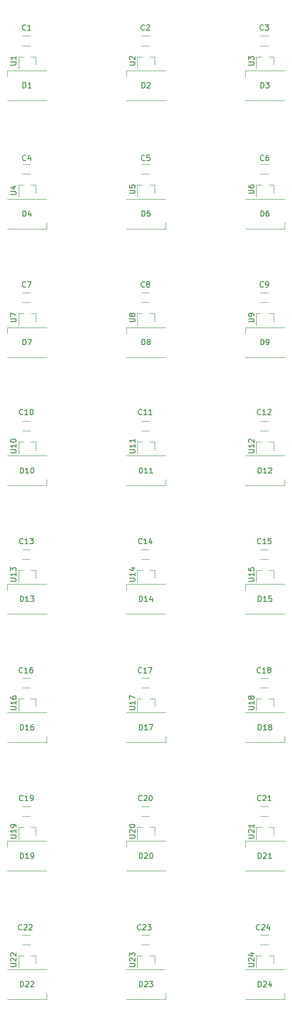
<source format=gbr>
%TF.GenerationSoftware,KiCad,Pcbnew,(6.0.7-1)-1*%
%TF.CreationDate,2022-12-02T15:43:41+01:00*%
%TF.ProjectId,8x3,3878332e-6b69-4636-9164-5f7063625858,rev?*%
%TF.SameCoordinates,Original*%
%TF.FileFunction,Legend,Top*%
%TF.FilePolarity,Positive*%
%FSLAX46Y46*%
G04 Gerber Fmt 4.6, Leading zero omitted, Abs format (unit mm)*
G04 Created by KiCad (PCBNEW (6.0.7-1)-1) date 2022-12-02 15:43:41*
%MOMM*%
%LPD*%
G01*
G04 APERTURE LIST*
%ADD10C,0.150000*%
%ADD11C,0.120000*%
G04 APERTURE END LIST*
D10*
%TO.C,D1*%
X27238105Y-46348781D02*
X27238105Y-45348781D01*
X27476201Y-45348781D01*
X27619058Y-45396401D01*
X27714296Y-45491639D01*
X27761915Y-45586877D01*
X27809534Y-45777353D01*
X27809534Y-45920210D01*
X27761915Y-46110686D01*
X27714296Y-46205924D01*
X27619058Y-46301162D01*
X27476201Y-46348781D01*
X27238105Y-46348781D01*
X28761915Y-46348781D02*
X28190486Y-46348781D01*
X28476201Y-46348781D02*
X28476201Y-45348781D01*
X28380962Y-45491639D01*
X28285724Y-45586877D01*
X28190486Y-45634496D01*
%TO.C,D2*%
X49238105Y-46348781D02*
X49238105Y-45348781D01*
X49476201Y-45348781D01*
X49619058Y-45396401D01*
X49714296Y-45491639D01*
X49761915Y-45586877D01*
X49809534Y-45777353D01*
X49809534Y-45920210D01*
X49761915Y-46110686D01*
X49714296Y-46205924D01*
X49619058Y-46301162D01*
X49476201Y-46348781D01*
X49238105Y-46348781D01*
X50190486Y-45444020D02*
X50238105Y-45396401D01*
X50333343Y-45348781D01*
X50571439Y-45348781D01*
X50666677Y-45396401D01*
X50714296Y-45444020D01*
X50761915Y-45539258D01*
X50761915Y-45634496D01*
X50714296Y-45777353D01*
X50142867Y-46348781D01*
X50761915Y-46348781D01*
%TO.C,D3*%
X71238105Y-46348781D02*
X71238105Y-45348781D01*
X71476201Y-45348781D01*
X71619058Y-45396401D01*
X71714296Y-45491639D01*
X71761915Y-45586877D01*
X71809534Y-45777353D01*
X71809534Y-45920210D01*
X71761915Y-46110686D01*
X71714296Y-46205924D01*
X71619058Y-46301162D01*
X71476201Y-46348781D01*
X71238105Y-46348781D01*
X72142867Y-45348781D02*
X72761915Y-45348781D01*
X72428581Y-45729734D01*
X72571439Y-45729734D01*
X72666677Y-45777353D01*
X72714296Y-45824972D01*
X72761915Y-45920210D01*
X72761915Y-46158305D01*
X72714296Y-46253543D01*
X72666677Y-46301162D01*
X72571439Y-46348781D01*
X72285724Y-46348781D01*
X72190486Y-46301162D01*
X72142867Y-46253543D01*
%TO.C,D4*%
X27238105Y-70048781D02*
X27238105Y-69048781D01*
X27476201Y-69048781D01*
X27619058Y-69096401D01*
X27714296Y-69191639D01*
X27761915Y-69286877D01*
X27809534Y-69477353D01*
X27809534Y-69620210D01*
X27761915Y-69810686D01*
X27714296Y-69905924D01*
X27619058Y-70001162D01*
X27476201Y-70048781D01*
X27238105Y-70048781D01*
X28666677Y-69382115D02*
X28666677Y-70048781D01*
X28428581Y-69001162D02*
X28190486Y-69715448D01*
X28809534Y-69715448D01*
%TO.C,D5*%
X49238105Y-70048781D02*
X49238105Y-69048781D01*
X49476201Y-69048781D01*
X49619058Y-69096401D01*
X49714296Y-69191639D01*
X49761915Y-69286877D01*
X49809534Y-69477353D01*
X49809534Y-69620210D01*
X49761915Y-69810686D01*
X49714296Y-69905924D01*
X49619058Y-70001162D01*
X49476201Y-70048781D01*
X49238105Y-70048781D01*
X50714296Y-69048781D02*
X50238105Y-69048781D01*
X50190486Y-69524972D01*
X50238105Y-69477353D01*
X50333343Y-69429734D01*
X50571439Y-69429734D01*
X50666677Y-69477353D01*
X50714296Y-69524972D01*
X50761915Y-69620210D01*
X50761915Y-69858305D01*
X50714296Y-69953543D01*
X50666677Y-70001162D01*
X50571439Y-70048781D01*
X50333343Y-70048781D01*
X50238105Y-70001162D01*
X50190486Y-69953543D01*
%TO.C,D6*%
X71238105Y-70048781D02*
X71238105Y-69048781D01*
X71476201Y-69048781D01*
X71619058Y-69096401D01*
X71714296Y-69191639D01*
X71761915Y-69286877D01*
X71809534Y-69477353D01*
X71809534Y-69620210D01*
X71761915Y-69810686D01*
X71714296Y-69905924D01*
X71619058Y-70001162D01*
X71476201Y-70048781D01*
X71238105Y-70048781D01*
X72666677Y-69048781D02*
X72476201Y-69048781D01*
X72380962Y-69096401D01*
X72333343Y-69144020D01*
X72238105Y-69286877D01*
X72190486Y-69477353D01*
X72190486Y-69858305D01*
X72238105Y-69953543D01*
X72285724Y-70001162D01*
X72380962Y-70048781D01*
X72571439Y-70048781D01*
X72666677Y-70001162D01*
X72714296Y-69953543D01*
X72761915Y-69858305D01*
X72761915Y-69620210D01*
X72714296Y-69524972D01*
X72666677Y-69477353D01*
X72571439Y-69429734D01*
X72380962Y-69429734D01*
X72285724Y-69477353D01*
X72238105Y-69524972D01*
X72190486Y-69620210D01*
%TO.C,D7*%
X27238105Y-93748781D02*
X27238105Y-92748781D01*
X27476201Y-92748781D01*
X27619058Y-92796401D01*
X27714296Y-92891639D01*
X27761915Y-92986877D01*
X27809534Y-93177353D01*
X27809534Y-93320210D01*
X27761915Y-93510686D01*
X27714296Y-93605924D01*
X27619058Y-93701162D01*
X27476201Y-93748781D01*
X27238105Y-93748781D01*
X28142867Y-92748781D02*
X28809534Y-92748781D01*
X28380962Y-93748781D01*
%TO.C,D8*%
X49238105Y-93748781D02*
X49238105Y-92748781D01*
X49476201Y-92748781D01*
X49619058Y-92796401D01*
X49714296Y-92891639D01*
X49761915Y-92986877D01*
X49809534Y-93177353D01*
X49809534Y-93320210D01*
X49761915Y-93510686D01*
X49714296Y-93605924D01*
X49619058Y-93701162D01*
X49476201Y-93748781D01*
X49238105Y-93748781D01*
X50380962Y-93177353D02*
X50285724Y-93129734D01*
X50238105Y-93082115D01*
X50190486Y-92986877D01*
X50190486Y-92939258D01*
X50238105Y-92844020D01*
X50285724Y-92796401D01*
X50380962Y-92748781D01*
X50571439Y-92748781D01*
X50666677Y-92796401D01*
X50714296Y-92844020D01*
X50761915Y-92939258D01*
X50761915Y-92986877D01*
X50714296Y-93082115D01*
X50666677Y-93129734D01*
X50571439Y-93177353D01*
X50380962Y-93177353D01*
X50285724Y-93224972D01*
X50238105Y-93272591D01*
X50190486Y-93367829D01*
X50190486Y-93558305D01*
X50238105Y-93653543D01*
X50285724Y-93701162D01*
X50380962Y-93748781D01*
X50571439Y-93748781D01*
X50666677Y-93701162D01*
X50714296Y-93653543D01*
X50761915Y-93558305D01*
X50761915Y-93367829D01*
X50714296Y-93272591D01*
X50666677Y-93224972D01*
X50571439Y-93177353D01*
%TO.C,D9*%
X71238105Y-93748781D02*
X71238105Y-92748781D01*
X71476201Y-92748781D01*
X71619058Y-92796401D01*
X71714296Y-92891639D01*
X71761915Y-92986877D01*
X71809534Y-93177353D01*
X71809534Y-93320210D01*
X71761915Y-93510686D01*
X71714296Y-93605924D01*
X71619058Y-93701162D01*
X71476201Y-93748781D01*
X71238105Y-93748781D01*
X72285724Y-93748781D02*
X72476201Y-93748781D01*
X72571439Y-93701162D01*
X72619058Y-93653543D01*
X72714296Y-93510686D01*
X72761915Y-93320210D01*
X72761915Y-92939258D01*
X72714296Y-92844020D01*
X72666677Y-92796401D01*
X72571439Y-92748781D01*
X72380962Y-92748781D01*
X72285724Y-92796401D01*
X72238105Y-92844020D01*
X72190486Y-92939258D01*
X72190486Y-93177353D01*
X72238105Y-93272591D01*
X72285724Y-93320210D01*
X72380962Y-93367829D01*
X72571439Y-93367829D01*
X72666677Y-93320210D01*
X72714296Y-93272591D01*
X72761915Y-93177353D01*
%TO.C,D10*%
X26761915Y-117448781D02*
X26761915Y-116448781D01*
X27000010Y-116448781D01*
X27142867Y-116496401D01*
X27238105Y-116591639D01*
X27285724Y-116686877D01*
X27333343Y-116877353D01*
X27333343Y-117020210D01*
X27285724Y-117210686D01*
X27238105Y-117305924D01*
X27142867Y-117401162D01*
X27000010Y-117448781D01*
X26761915Y-117448781D01*
X28285724Y-117448781D02*
X27714296Y-117448781D01*
X28000010Y-117448781D02*
X28000010Y-116448781D01*
X27904772Y-116591639D01*
X27809534Y-116686877D01*
X27714296Y-116734496D01*
X28904772Y-116448781D02*
X29000010Y-116448781D01*
X29095248Y-116496401D01*
X29142867Y-116544020D01*
X29190486Y-116639258D01*
X29238105Y-116829734D01*
X29238105Y-117067829D01*
X29190486Y-117258305D01*
X29142867Y-117353543D01*
X29095248Y-117401162D01*
X29000010Y-117448781D01*
X28904772Y-117448781D01*
X28809534Y-117401162D01*
X28761915Y-117353543D01*
X28714296Y-117258305D01*
X28666677Y-117067829D01*
X28666677Y-116829734D01*
X28714296Y-116639258D01*
X28761915Y-116544020D01*
X28809534Y-116496401D01*
X28904772Y-116448781D01*
%TO.C,D11*%
X48761915Y-117448781D02*
X48761915Y-116448781D01*
X49000010Y-116448781D01*
X49142867Y-116496401D01*
X49238105Y-116591639D01*
X49285724Y-116686877D01*
X49333343Y-116877353D01*
X49333343Y-117020210D01*
X49285724Y-117210686D01*
X49238105Y-117305924D01*
X49142867Y-117401162D01*
X49000010Y-117448781D01*
X48761915Y-117448781D01*
X50285724Y-117448781D02*
X49714296Y-117448781D01*
X50000010Y-117448781D02*
X50000010Y-116448781D01*
X49904772Y-116591639D01*
X49809534Y-116686877D01*
X49714296Y-116734496D01*
X51238105Y-117448781D02*
X50666677Y-117448781D01*
X50952391Y-117448781D02*
X50952391Y-116448781D01*
X50857153Y-116591639D01*
X50761915Y-116686877D01*
X50666677Y-116734496D01*
%TO.C,D12*%
X70761915Y-117448781D02*
X70761915Y-116448781D01*
X71000010Y-116448781D01*
X71142867Y-116496401D01*
X71238105Y-116591639D01*
X71285724Y-116686877D01*
X71333343Y-116877353D01*
X71333343Y-117020210D01*
X71285724Y-117210686D01*
X71238105Y-117305924D01*
X71142867Y-117401162D01*
X71000010Y-117448781D01*
X70761915Y-117448781D01*
X72285724Y-117448781D02*
X71714296Y-117448781D01*
X72000010Y-117448781D02*
X72000010Y-116448781D01*
X71904772Y-116591639D01*
X71809534Y-116686877D01*
X71714296Y-116734496D01*
X72666677Y-116544020D02*
X72714296Y-116496401D01*
X72809534Y-116448781D01*
X73047629Y-116448781D01*
X73142867Y-116496401D01*
X73190486Y-116544020D01*
X73238105Y-116639258D01*
X73238105Y-116734496D01*
X73190486Y-116877353D01*
X72619058Y-117448781D01*
X73238105Y-117448781D01*
%TO.C,D13*%
X26761915Y-141148781D02*
X26761915Y-140148781D01*
X27000010Y-140148781D01*
X27142867Y-140196401D01*
X27238105Y-140291639D01*
X27285724Y-140386877D01*
X27333343Y-140577353D01*
X27333343Y-140720210D01*
X27285724Y-140910686D01*
X27238105Y-141005924D01*
X27142867Y-141101162D01*
X27000010Y-141148781D01*
X26761915Y-141148781D01*
X28285724Y-141148781D02*
X27714296Y-141148781D01*
X28000010Y-141148781D02*
X28000010Y-140148781D01*
X27904772Y-140291639D01*
X27809534Y-140386877D01*
X27714296Y-140434496D01*
X28619058Y-140148781D02*
X29238105Y-140148781D01*
X28904772Y-140529734D01*
X29047629Y-140529734D01*
X29142867Y-140577353D01*
X29190486Y-140624972D01*
X29238105Y-140720210D01*
X29238105Y-140958305D01*
X29190486Y-141053543D01*
X29142867Y-141101162D01*
X29047629Y-141148781D01*
X28761915Y-141148781D01*
X28666677Y-141101162D01*
X28619058Y-141053543D01*
%TO.C,D14*%
X48761915Y-141148781D02*
X48761915Y-140148781D01*
X49000010Y-140148781D01*
X49142867Y-140196401D01*
X49238105Y-140291639D01*
X49285724Y-140386877D01*
X49333343Y-140577353D01*
X49333343Y-140720210D01*
X49285724Y-140910686D01*
X49238105Y-141005924D01*
X49142867Y-141101162D01*
X49000010Y-141148781D01*
X48761915Y-141148781D01*
X50285724Y-141148781D02*
X49714296Y-141148781D01*
X50000010Y-141148781D02*
X50000010Y-140148781D01*
X49904772Y-140291639D01*
X49809534Y-140386877D01*
X49714296Y-140434496D01*
X51142867Y-140482115D02*
X51142867Y-141148781D01*
X50904772Y-140101162D02*
X50666677Y-140815448D01*
X51285724Y-140815448D01*
%TO.C,D15*%
X70761915Y-141148781D02*
X70761915Y-140148781D01*
X71000010Y-140148781D01*
X71142867Y-140196401D01*
X71238105Y-140291639D01*
X71285724Y-140386877D01*
X71333343Y-140577353D01*
X71333343Y-140720210D01*
X71285724Y-140910686D01*
X71238105Y-141005924D01*
X71142867Y-141101162D01*
X71000010Y-141148781D01*
X70761915Y-141148781D01*
X72285724Y-141148781D02*
X71714296Y-141148781D01*
X72000010Y-141148781D02*
X72000010Y-140148781D01*
X71904772Y-140291639D01*
X71809534Y-140386877D01*
X71714296Y-140434496D01*
X73190486Y-140148781D02*
X72714296Y-140148781D01*
X72666677Y-140624972D01*
X72714296Y-140577353D01*
X72809534Y-140529734D01*
X73047629Y-140529734D01*
X73142867Y-140577353D01*
X73190486Y-140624972D01*
X73238105Y-140720210D01*
X73238105Y-140958305D01*
X73190486Y-141053543D01*
X73142867Y-141101162D01*
X73047629Y-141148781D01*
X72809534Y-141148781D01*
X72714296Y-141101162D01*
X72666677Y-141053543D01*
%TO.C,D16*%
X26761915Y-164848781D02*
X26761915Y-163848781D01*
X27000010Y-163848781D01*
X27142867Y-163896401D01*
X27238105Y-163991639D01*
X27285724Y-164086877D01*
X27333343Y-164277353D01*
X27333343Y-164420210D01*
X27285724Y-164610686D01*
X27238105Y-164705924D01*
X27142867Y-164801162D01*
X27000010Y-164848781D01*
X26761915Y-164848781D01*
X28285724Y-164848781D02*
X27714296Y-164848781D01*
X28000010Y-164848781D02*
X28000010Y-163848781D01*
X27904772Y-163991639D01*
X27809534Y-164086877D01*
X27714296Y-164134496D01*
X29142867Y-163848781D02*
X28952391Y-163848781D01*
X28857153Y-163896401D01*
X28809534Y-163944020D01*
X28714296Y-164086877D01*
X28666677Y-164277353D01*
X28666677Y-164658305D01*
X28714296Y-164753543D01*
X28761915Y-164801162D01*
X28857153Y-164848781D01*
X29047629Y-164848781D01*
X29142867Y-164801162D01*
X29190486Y-164753543D01*
X29238105Y-164658305D01*
X29238105Y-164420210D01*
X29190486Y-164324972D01*
X29142867Y-164277353D01*
X29047629Y-164229734D01*
X28857153Y-164229734D01*
X28761915Y-164277353D01*
X28714296Y-164324972D01*
X28666677Y-164420210D01*
%TO.C,D17*%
X48761915Y-164848781D02*
X48761915Y-163848781D01*
X49000010Y-163848781D01*
X49142867Y-163896401D01*
X49238105Y-163991639D01*
X49285724Y-164086877D01*
X49333343Y-164277353D01*
X49333343Y-164420210D01*
X49285724Y-164610686D01*
X49238105Y-164705924D01*
X49142867Y-164801162D01*
X49000010Y-164848781D01*
X48761915Y-164848781D01*
X50285724Y-164848781D02*
X49714296Y-164848781D01*
X50000010Y-164848781D02*
X50000010Y-163848781D01*
X49904772Y-163991639D01*
X49809534Y-164086877D01*
X49714296Y-164134496D01*
X50619058Y-163848781D02*
X51285724Y-163848781D01*
X50857153Y-164848781D01*
%TO.C,D18*%
X70761915Y-164848781D02*
X70761915Y-163848781D01*
X71000010Y-163848781D01*
X71142867Y-163896401D01*
X71238105Y-163991639D01*
X71285724Y-164086877D01*
X71333343Y-164277353D01*
X71333343Y-164420210D01*
X71285724Y-164610686D01*
X71238105Y-164705924D01*
X71142867Y-164801162D01*
X71000010Y-164848781D01*
X70761915Y-164848781D01*
X72285724Y-164848781D02*
X71714296Y-164848781D01*
X72000010Y-164848781D02*
X72000010Y-163848781D01*
X71904772Y-163991639D01*
X71809534Y-164086877D01*
X71714296Y-164134496D01*
X72857153Y-164277353D02*
X72761915Y-164229734D01*
X72714296Y-164182115D01*
X72666677Y-164086877D01*
X72666677Y-164039258D01*
X72714296Y-163944020D01*
X72761915Y-163896401D01*
X72857153Y-163848781D01*
X73047629Y-163848781D01*
X73142867Y-163896401D01*
X73190486Y-163944020D01*
X73238105Y-164039258D01*
X73238105Y-164086877D01*
X73190486Y-164182115D01*
X73142867Y-164229734D01*
X73047629Y-164277353D01*
X72857153Y-164277353D01*
X72761915Y-164324972D01*
X72714296Y-164372591D01*
X72666677Y-164467829D01*
X72666677Y-164658305D01*
X72714296Y-164753543D01*
X72761915Y-164801162D01*
X72857153Y-164848781D01*
X73047629Y-164848781D01*
X73142867Y-164801162D01*
X73190486Y-164753543D01*
X73238105Y-164658305D01*
X73238105Y-164467829D01*
X73190486Y-164372591D01*
X73142867Y-164324972D01*
X73047629Y-164277353D01*
%TO.C,D19*%
X26761915Y-188548781D02*
X26761915Y-187548781D01*
X27000010Y-187548781D01*
X27142867Y-187596401D01*
X27238105Y-187691639D01*
X27285724Y-187786877D01*
X27333343Y-187977353D01*
X27333343Y-188120210D01*
X27285724Y-188310686D01*
X27238105Y-188405924D01*
X27142867Y-188501162D01*
X27000010Y-188548781D01*
X26761915Y-188548781D01*
X28285724Y-188548781D02*
X27714296Y-188548781D01*
X28000010Y-188548781D02*
X28000010Y-187548781D01*
X27904772Y-187691639D01*
X27809534Y-187786877D01*
X27714296Y-187834496D01*
X28761915Y-188548781D02*
X28952391Y-188548781D01*
X29047629Y-188501162D01*
X29095248Y-188453543D01*
X29190486Y-188310686D01*
X29238105Y-188120210D01*
X29238105Y-187739258D01*
X29190486Y-187644020D01*
X29142867Y-187596401D01*
X29047629Y-187548781D01*
X28857153Y-187548781D01*
X28761915Y-187596401D01*
X28714296Y-187644020D01*
X28666677Y-187739258D01*
X28666677Y-187977353D01*
X28714296Y-188072591D01*
X28761915Y-188120210D01*
X28857153Y-188167829D01*
X29047629Y-188167829D01*
X29142867Y-188120210D01*
X29190486Y-188072591D01*
X29238105Y-187977353D01*
%TO.C,D20*%
X48761915Y-188548781D02*
X48761915Y-187548781D01*
X49000010Y-187548781D01*
X49142867Y-187596401D01*
X49238105Y-187691639D01*
X49285724Y-187786877D01*
X49333343Y-187977353D01*
X49333343Y-188120210D01*
X49285724Y-188310686D01*
X49238105Y-188405924D01*
X49142867Y-188501162D01*
X49000010Y-188548781D01*
X48761915Y-188548781D01*
X49714296Y-187644020D02*
X49761915Y-187596401D01*
X49857153Y-187548781D01*
X50095248Y-187548781D01*
X50190486Y-187596401D01*
X50238105Y-187644020D01*
X50285724Y-187739258D01*
X50285724Y-187834496D01*
X50238105Y-187977353D01*
X49666677Y-188548781D01*
X50285724Y-188548781D01*
X50904772Y-187548781D02*
X51000010Y-187548781D01*
X51095248Y-187596401D01*
X51142867Y-187644020D01*
X51190486Y-187739258D01*
X51238105Y-187929734D01*
X51238105Y-188167829D01*
X51190486Y-188358305D01*
X51142867Y-188453543D01*
X51095248Y-188501162D01*
X51000010Y-188548781D01*
X50904772Y-188548781D01*
X50809534Y-188501162D01*
X50761915Y-188453543D01*
X50714296Y-188358305D01*
X50666677Y-188167829D01*
X50666677Y-187929734D01*
X50714296Y-187739258D01*
X50761915Y-187644020D01*
X50809534Y-187596401D01*
X50904772Y-187548781D01*
%TO.C,D21*%
X70761915Y-188548781D02*
X70761915Y-187548781D01*
X71000010Y-187548781D01*
X71142867Y-187596401D01*
X71238105Y-187691639D01*
X71285724Y-187786877D01*
X71333343Y-187977353D01*
X71333343Y-188120210D01*
X71285724Y-188310686D01*
X71238105Y-188405924D01*
X71142867Y-188501162D01*
X71000010Y-188548781D01*
X70761915Y-188548781D01*
X71714296Y-187644020D02*
X71761915Y-187596401D01*
X71857153Y-187548781D01*
X72095248Y-187548781D01*
X72190486Y-187596401D01*
X72238105Y-187644020D01*
X72285724Y-187739258D01*
X72285724Y-187834496D01*
X72238105Y-187977353D01*
X71666677Y-188548781D01*
X72285724Y-188548781D01*
X73238105Y-188548781D02*
X72666677Y-188548781D01*
X72952391Y-188548781D02*
X72952391Y-187548781D01*
X72857153Y-187691639D01*
X72761915Y-187786877D01*
X72666677Y-187834496D01*
%TO.C,D22*%
X26761915Y-212248781D02*
X26761915Y-211248781D01*
X27000010Y-211248781D01*
X27142867Y-211296401D01*
X27238105Y-211391639D01*
X27285724Y-211486877D01*
X27333343Y-211677353D01*
X27333343Y-211820210D01*
X27285724Y-212010686D01*
X27238105Y-212105924D01*
X27142867Y-212201162D01*
X27000010Y-212248781D01*
X26761915Y-212248781D01*
X27714296Y-211344020D02*
X27761915Y-211296401D01*
X27857153Y-211248781D01*
X28095248Y-211248781D01*
X28190486Y-211296401D01*
X28238105Y-211344020D01*
X28285724Y-211439258D01*
X28285724Y-211534496D01*
X28238105Y-211677353D01*
X27666677Y-212248781D01*
X28285724Y-212248781D01*
X28666677Y-211344020D02*
X28714296Y-211296401D01*
X28809534Y-211248781D01*
X29047629Y-211248781D01*
X29142867Y-211296401D01*
X29190486Y-211344020D01*
X29238105Y-211439258D01*
X29238105Y-211534496D01*
X29190486Y-211677353D01*
X28619058Y-212248781D01*
X29238105Y-212248781D01*
%TO.C,D23*%
X48761915Y-212248781D02*
X48761915Y-211248781D01*
X49000010Y-211248781D01*
X49142867Y-211296401D01*
X49238105Y-211391639D01*
X49285724Y-211486877D01*
X49333343Y-211677353D01*
X49333343Y-211820210D01*
X49285724Y-212010686D01*
X49238105Y-212105924D01*
X49142867Y-212201162D01*
X49000010Y-212248781D01*
X48761915Y-212248781D01*
X49714296Y-211344020D02*
X49761915Y-211296401D01*
X49857153Y-211248781D01*
X50095248Y-211248781D01*
X50190486Y-211296401D01*
X50238105Y-211344020D01*
X50285724Y-211439258D01*
X50285724Y-211534496D01*
X50238105Y-211677353D01*
X49666677Y-212248781D01*
X50285724Y-212248781D01*
X50619058Y-211248781D02*
X51238105Y-211248781D01*
X50904772Y-211629734D01*
X51047629Y-211629734D01*
X51142867Y-211677353D01*
X51190486Y-211724972D01*
X51238105Y-211820210D01*
X51238105Y-212058305D01*
X51190486Y-212153543D01*
X51142867Y-212201162D01*
X51047629Y-212248781D01*
X50761915Y-212248781D01*
X50666677Y-212201162D01*
X50619058Y-212153543D01*
%TO.C,D24*%
X70761915Y-212248781D02*
X70761915Y-211248781D01*
X71000010Y-211248781D01*
X71142867Y-211296401D01*
X71238105Y-211391639D01*
X71285724Y-211486877D01*
X71333343Y-211677353D01*
X71333343Y-211820210D01*
X71285724Y-212010686D01*
X71238105Y-212105924D01*
X71142867Y-212201162D01*
X71000010Y-212248781D01*
X70761915Y-212248781D01*
X71714296Y-211344020D02*
X71761915Y-211296401D01*
X71857153Y-211248781D01*
X72095248Y-211248781D01*
X72190486Y-211296401D01*
X72238105Y-211344020D01*
X72285724Y-211439258D01*
X72285724Y-211534496D01*
X72238105Y-211677353D01*
X71666677Y-212248781D01*
X72285724Y-212248781D01*
X73142867Y-211582115D02*
X73142867Y-212248781D01*
X72904772Y-211201162D02*
X72666677Y-211915448D01*
X73285724Y-211915448D01*
%TO.C,U1*%
X24952380Y-42111904D02*
X25761904Y-42111904D01*
X25857142Y-42064285D01*
X25904761Y-42016666D01*
X25952380Y-41921428D01*
X25952380Y-41730952D01*
X25904761Y-41635714D01*
X25857142Y-41588095D01*
X25761904Y-41540476D01*
X24952380Y-41540476D01*
X25952380Y-40540476D02*
X25952380Y-41111904D01*
X25952380Y-40826190D02*
X24952380Y-40826190D01*
X25095238Y-40921428D01*
X25190476Y-41016666D01*
X25238095Y-41111904D01*
%TO.C,U2*%
X46952380Y-42111904D02*
X47761904Y-42111904D01*
X47857142Y-42064285D01*
X47904761Y-42016666D01*
X47952380Y-41921428D01*
X47952380Y-41730952D01*
X47904761Y-41635714D01*
X47857142Y-41588095D01*
X47761904Y-41540476D01*
X46952380Y-41540476D01*
X47047619Y-41111904D02*
X47000000Y-41064285D01*
X46952380Y-40969047D01*
X46952380Y-40730952D01*
X47000000Y-40635714D01*
X47047619Y-40588095D01*
X47142857Y-40540476D01*
X47238095Y-40540476D01*
X47380952Y-40588095D01*
X47952380Y-41159523D01*
X47952380Y-40540476D01*
%TO.C,U3*%
X68952380Y-42111904D02*
X69761904Y-42111904D01*
X69857142Y-42064285D01*
X69904761Y-42016666D01*
X69952380Y-41921428D01*
X69952380Y-41730952D01*
X69904761Y-41635714D01*
X69857142Y-41588095D01*
X69761904Y-41540476D01*
X68952380Y-41540476D01*
X68952380Y-41159523D02*
X68952380Y-40540476D01*
X69333333Y-40873809D01*
X69333333Y-40730952D01*
X69380952Y-40635714D01*
X69428571Y-40588095D01*
X69523809Y-40540476D01*
X69761904Y-40540476D01*
X69857142Y-40588095D01*
X69904761Y-40635714D01*
X69952380Y-40730952D01*
X69952380Y-41016666D01*
X69904761Y-41111904D01*
X69857142Y-41159523D01*
%TO.C,U4*%
X24962380Y-66031904D02*
X25771904Y-66031904D01*
X25867142Y-65984285D01*
X25914761Y-65936666D01*
X25962380Y-65841428D01*
X25962380Y-65650952D01*
X25914761Y-65555714D01*
X25867142Y-65508095D01*
X25771904Y-65460476D01*
X24962380Y-65460476D01*
X25295714Y-64555714D02*
X25962380Y-64555714D01*
X24914761Y-64793809D02*
X25629047Y-65031904D01*
X25629047Y-64412857D01*
%TO.C,U5*%
X46952380Y-65811904D02*
X47761904Y-65811904D01*
X47857142Y-65764285D01*
X47904761Y-65716666D01*
X47952380Y-65621428D01*
X47952380Y-65430952D01*
X47904761Y-65335714D01*
X47857142Y-65288095D01*
X47761904Y-65240476D01*
X46952380Y-65240476D01*
X46952380Y-64288095D02*
X46952380Y-64764285D01*
X47428571Y-64811904D01*
X47380952Y-64764285D01*
X47333333Y-64669047D01*
X47333333Y-64430952D01*
X47380952Y-64335714D01*
X47428571Y-64288095D01*
X47523809Y-64240476D01*
X47761904Y-64240476D01*
X47857142Y-64288095D01*
X47904761Y-64335714D01*
X47952380Y-64430952D01*
X47952380Y-64669047D01*
X47904761Y-64764285D01*
X47857142Y-64811904D01*
%TO.C,U6*%
X68952380Y-65811904D02*
X69761904Y-65811904D01*
X69857142Y-65764285D01*
X69904761Y-65716666D01*
X69952380Y-65621428D01*
X69952380Y-65430952D01*
X69904761Y-65335714D01*
X69857142Y-65288095D01*
X69761904Y-65240476D01*
X68952380Y-65240476D01*
X68952380Y-64335714D02*
X68952380Y-64526190D01*
X69000000Y-64621428D01*
X69047619Y-64669047D01*
X69190476Y-64764285D01*
X69380952Y-64811904D01*
X69761904Y-64811904D01*
X69857142Y-64764285D01*
X69904761Y-64716666D01*
X69952380Y-64621428D01*
X69952380Y-64430952D01*
X69904761Y-64335714D01*
X69857142Y-64288095D01*
X69761904Y-64240476D01*
X69523809Y-64240476D01*
X69428571Y-64288095D01*
X69380952Y-64335714D01*
X69333333Y-64430952D01*
X69333333Y-64621428D01*
X69380952Y-64716666D01*
X69428571Y-64764285D01*
X69523809Y-64811904D01*
%TO.C,U7*%
X24952380Y-89511904D02*
X25761904Y-89511904D01*
X25857142Y-89464285D01*
X25904761Y-89416666D01*
X25952380Y-89321428D01*
X25952380Y-89130952D01*
X25904761Y-89035714D01*
X25857142Y-88988095D01*
X25761904Y-88940476D01*
X24952380Y-88940476D01*
X24952380Y-88559523D02*
X24952380Y-87892857D01*
X25952380Y-88321428D01*
%TO.C,U8*%
X46952380Y-89511904D02*
X47761904Y-89511904D01*
X47857142Y-89464285D01*
X47904761Y-89416666D01*
X47952380Y-89321428D01*
X47952380Y-89130952D01*
X47904761Y-89035714D01*
X47857142Y-88988095D01*
X47761904Y-88940476D01*
X46952380Y-88940476D01*
X47380952Y-88321428D02*
X47333333Y-88416666D01*
X47285714Y-88464285D01*
X47190476Y-88511904D01*
X47142857Y-88511904D01*
X47047619Y-88464285D01*
X47000000Y-88416666D01*
X46952380Y-88321428D01*
X46952380Y-88130952D01*
X47000000Y-88035714D01*
X47047619Y-87988095D01*
X47142857Y-87940476D01*
X47190476Y-87940476D01*
X47285714Y-87988095D01*
X47333333Y-88035714D01*
X47380952Y-88130952D01*
X47380952Y-88321428D01*
X47428571Y-88416666D01*
X47476190Y-88464285D01*
X47571428Y-88511904D01*
X47761904Y-88511904D01*
X47857142Y-88464285D01*
X47904761Y-88416666D01*
X47952380Y-88321428D01*
X47952380Y-88130952D01*
X47904761Y-88035714D01*
X47857142Y-87988095D01*
X47761904Y-87940476D01*
X47571428Y-87940476D01*
X47476190Y-87988095D01*
X47428571Y-88035714D01*
X47380952Y-88130952D01*
%TO.C,U9*%
X68952380Y-89511904D02*
X69761904Y-89511904D01*
X69857142Y-89464285D01*
X69904761Y-89416666D01*
X69952380Y-89321428D01*
X69952380Y-89130952D01*
X69904761Y-89035714D01*
X69857142Y-88988095D01*
X69761904Y-88940476D01*
X68952380Y-88940476D01*
X69952380Y-88416666D02*
X69952380Y-88226190D01*
X69904761Y-88130952D01*
X69857142Y-88083333D01*
X69714285Y-87988095D01*
X69523809Y-87940476D01*
X69142857Y-87940476D01*
X69047619Y-87988095D01*
X69000000Y-88035714D01*
X68952380Y-88130952D01*
X68952380Y-88321428D01*
X69000000Y-88416666D01*
X69047619Y-88464285D01*
X69142857Y-88511904D01*
X69380952Y-88511904D01*
X69476190Y-88464285D01*
X69523809Y-88416666D01*
X69571428Y-88321428D01*
X69571428Y-88130952D01*
X69523809Y-88035714D01*
X69476190Y-87988095D01*
X69380952Y-87940476D01*
%TO.C,U10*%
X24952380Y-113688095D02*
X25761904Y-113688095D01*
X25857142Y-113640476D01*
X25904761Y-113592857D01*
X25952380Y-113497619D01*
X25952380Y-113307142D01*
X25904761Y-113211904D01*
X25857142Y-113164285D01*
X25761904Y-113116666D01*
X24952380Y-113116666D01*
X25952380Y-112116666D02*
X25952380Y-112688095D01*
X25952380Y-112402380D02*
X24952380Y-112402380D01*
X25095238Y-112497619D01*
X25190476Y-112592857D01*
X25238095Y-112688095D01*
X24952380Y-111497619D02*
X24952380Y-111402380D01*
X25000000Y-111307142D01*
X25047619Y-111259523D01*
X25142857Y-111211904D01*
X25333333Y-111164285D01*
X25571428Y-111164285D01*
X25761904Y-111211904D01*
X25857142Y-111259523D01*
X25904761Y-111307142D01*
X25952380Y-111402380D01*
X25952380Y-111497619D01*
X25904761Y-111592857D01*
X25857142Y-111640476D01*
X25761904Y-111688095D01*
X25571428Y-111735714D01*
X25333333Y-111735714D01*
X25142857Y-111688095D01*
X25047619Y-111640476D01*
X25000000Y-111592857D01*
X24952380Y-111497619D01*
%TO.C,U11*%
X46952380Y-113688095D02*
X47761904Y-113688095D01*
X47857142Y-113640476D01*
X47904761Y-113592857D01*
X47952380Y-113497619D01*
X47952380Y-113307142D01*
X47904761Y-113211904D01*
X47857142Y-113164285D01*
X47761904Y-113116666D01*
X46952380Y-113116666D01*
X47952380Y-112116666D02*
X47952380Y-112688095D01*
X47952380Y-112402380D02*
X46952380Y-112402380D01*
X47095238Y-112497619D01*
X47190476Y-112592857D01*
X47238095Y-112688095D01*
X47952380Y-111164285D02*
X47952380Y-111735714D01*
X47952380Y-111450000D02*
X46952380Y-111450000D01*
X47095238Y-111545238D01*
X47190476Y-111640476D01*
X47238095Y-111735714D01*
%TO.C,U12*%
X68952380Y-113688095D02*
X69761904Y-113688095D01*
X69857142Y-113640476D01*
X69904761Y-113592857D01*
X69952380Y-113497619D01*
X69952380Y-113307142D01*
X69904761Y-113211904D01*
X69857142Y-113164285D01*
X69761904Y-113116666D01*
X68952380Y-113116666D01*
X69952380Y-112116666D02*
X69952380Y-112688095D01*
X69952380Y-112402380D02*
X68952380Y-112402380D01*
X69095238Y-112497619D01*
X69190476Y-112592857D01*
X69238095Y-112688095D01*
X69047619Y-111735714D02*
X69000000Y-111688095D01*
X68952380Y-111592857D01*
X68952380Y-111354761D01*
X69000000Y-111259523D01*
X69047619Y-111211904D01*
X69142857Y-111164285D01*
X69238095Y-111164285D01*
X69380952Y-111211904D01*
X69952380Y-111783333D01*
X69952380Y-111164285D01*
%TO.C,U13*%
X24952380Y-137388095D02*
X25761904Y-137388095D01*
X25857142Y-137340476D01*
X25904761Y-137292857D01*
X25952380Y-137197619D01*
X25952380Y-137007142D01*
X25904761Y-136911904D01*
X25857142Y-136864285D01*
X25761904Y-136816666D01*
X24952380Y-136816666D01*
X25952380Y-135816666D02*
X25952380Y-136388095D01*
X25952380Y-136102380D02*
X24952380Y-136102380D01*
X25095238Y-136197619D01*
X25190476Y-136292857D01*
X25238095Y-136388095D01*
X24952380Y-135483333D02*
X24952380Y-134864285D01*
X25333333Y-135197619D01*
X25333333Y-135054761D01*
X25380952Y-134959523D01*
X25428571Y-134911904D01*
X25523809Y-134864285D01*
X25761904Y-134864285D01*
X25857142Y-134911904D01*
X25904761Y-134959523D01*
X25952380Y-135054761D01*
X25952380Y-135340476D01*
X25904761Y-135435714D01*
X25857142Y-135483333D01*
%TO.C,U14*%
X46952380Y-137388095D02*
X47761904Y-137388095D01*
X47857142Y-137340476D01*
X47904761Y-137292857D01*
X47952380Y-137197619D01*
X47952380Y-137007142D01*
X47904761Y-136911904D01*
X47857142Y-136864285D01*
X47761904Y-136816666D01*
X46952380Y-136816666D01*
X47952380Y-135816666D02*
X47952380Y-136388095D01*
X47952380Y-136102380D02*
X46952380Y-136102380D01*
X47095238Y-136197619D01*
X47190476Y-136292857D01*
X47238095Y-136388095D01*
X47285714Y-134959523D02*
X47952380Y-134959523D01*
X46904761Y-135197619D02*
X47619047Y-135435714D01*
X47619047Y-134816666D01*
%TO.C,U15*%
X68952380Y-137388095D02*
X69761904Y-137388095D01*
X69857142Y-137340476D01*
X69904761Y-137292857D01*
X69952380Y-137197619D01*
X69952380Y-137007142D01*
X69904761Y-136911904D01*
X69857142Y-136864285D01*
X69761904Y-136816666D01*
X68952380Y-136816666D01*
X69952380Y-135816666D02*
X69952380Y-136388095D01*
X69952380Y-136102380D02*
X68952380Y-136102380D01*
X69095238Y-136197619D01*
X69190476Y-136292857D01*
X69238095Y-136388095D01*
X68952380Y-134911904D02*
X68952380Y-135388095D01*
X69428571Y-135435714D01*
X69380952Y-135388095D01*
X69333333Y-135292857D01*
X69333333Y-135054761D01*
X69380952Y-134959523D01*
X69428571Y-134911904D01*
X69523809Y-134864285D01*
X69761904Y-134864285D01*
X69857142Y-134911904D01*
X69904761Y-134959523D01*
X69952380Y-135054761D01*
X69952380Y-135292857D01*
X69904761Y-135388095D01*
X69857142Y-135435714D01*
%TO.C,U16*%
X24952380Y-161088095D02*
X25761904Y-161088095D01*
X25857142Y-161040476D01*
X25904761Y-160992857D01*
X25952380Y-160897619D01*
X25952380Y-160707142D01*
X25904761Y-160611904D01*
X25857142Y-160564285D01*
X25761904Y-160516666D01*
X24952380Y-160516666D01*
X25952380Y-159516666D02*
X25952380Y-160088095D01*
X25952380Y-159802380D02*
X24952380Y-159802380D01*
X25095238Y-159897619D01*
X25190476Y-159992857D01*
X25238095Y-160088095D01*
X24952380Y-158659523D02*
X24952380Y-158850000D01*
X25000000Y-158945238D01*
X25047619Y-158992857D01*
X25190476Y-159088095D01*
X25380952Y-159135714D01*
X25761904Y-159135714D01*
X25857142Y-159088095D01*
X25904761Y-159040476D01*
X25952380Y-158945238D01*
X25952380Y-158754761D01*
X25904761Y-158659523D01*
X25857142Y-158611904D01*
X25761904Y-158564285D01*
X25523809Y-158564285D01*
X25428571Y-158611904D01*
X25380952Y-158659523D01*
X25333333Y-158754761D01*
X25333333Y-158945238D01*
X25380952Y-159040476D01*
X25428571Y-159088095D01*
X25523809Y-159135714D01*
%TO.C,U17*%
X46952380Y-161088095D02*
X47761904Y-161088095D01*
X47857142Y-161040476D01*
X47904761Y-160992857D01*
X47952380Y-160897619D01*
X47952380Y-160707142D01*
X47904761Y-160611904D01*
X47857142Y-160564285D01*
X47761904Y-160516666D01*
X46952380Y-160516666D01*
X47952380Y-159516666D02*
X47952380Y-160088095D01*
X47952380Y-159802380D02*
X46952380Y-159802380D01*
X47095238Y-159897619D01*
X47190476Y-159992857D01*
X47238095Y-160088095D01*
X46952380Y-159183333D02*
X46952380Y-158516666D01*
X47952380Y-158945238D01*
%TO.C,U18*%
X68952380Y-161088095D02*
X69761904Y-161088095D01*
X69857142Y-161040476D01*
X69904761Y-160992857D01*
X69952380Y-160897619D01*
X69952380Y-160707142D01*
X69904761Y-160611904D01*
X69857142Y-160564285D01*
X69761904Y-160516666D01*
X68952380Y-160516666D01*
X69952380Y-159516666D02*
X69952380Y-160088095D01*
X69952380Y-159802380D02*
X68952380Y-159802380D01*
X69095238Y-159897619D01*
X69190476Y-159992857D01*
X69238095Y-160088095D01*
X69380952Y-158945238D02*
X69333333Y-159040476D01*
X69285714Y-159088095D01*
X69190476Y-159135714D01*
X69142857Y-159135714D01*
X69047619Y-159088095D01*
X69000000Y-159040476D01*
X68952380Y-158945238D01*
X68952380Y-158754761D01*
X69000000Y-158659523D01*
X69047619Y-158611904D01*
X69142857Y-158564285D01*
X69190476Y-158564285D01*
X69285714Y-158611904D01*
X69333333Y-158659523D01*
X69380952Y-158754761D01*
X69380952Y-158945238D01*
X69428571Y-159040476D01*
X69476190Y-159088095D01*
X69571428Y-159135714D01*
X69761904Y-159135714D01*
X69857142Y-159088095D01*
X69904761Y-159040476D01*
X69952380Y-158945238D01*
X69952380Y-158754761D01*
X69904761Y-158659523D01*
X69857142Y-158611904D01*
X69761904Y-158564285D01*
X69571428Y-158564285D01*
X69476190Y-158611904D01*
X69428571Y-158659523D01*
X69380952Y-158754761D01*
%TO.C,U19*%
X24952380Y-184788095D02*
X25761904Y-184788095D01*
X25857142Y-184740476D01*
X25904761Y-184692857D01*
X25952380Y-184597619D01*
X25952380Y-184407142D01*
X25904761Y-184311904D01*
X25857142Y-184264285D01*
X25761904Y-184216666D01*
X24952380Y-184216666D01*
X25952380Y-183216666D02*
X25952380Y-183788095D01*
X25952380Y-183502380D02*
X24952380Y-183502380D01*
X25095238Y-183597619D01*
X25190476Y-183692857D01*
X25238095Y-183788095D01*
X25952380Y-182740476D02*
X25952380Y-182550000D01*
X25904761Y-182454761D01*
X25857142Y-182407142D01*
X25714285Y-182311904D01*
X25523809Y-182264285D01*
X25142857Y-182264285D01*
X25047619Y-182311904D01*
X25000000Y-182359523D01*
X24952380Y-182454761D01*
X24952380Y-182645238D01*
X25000000Y-182740476D01*
X25047619Y-182788095D01*
X25142857Y-182835714D01*
X25380952Y-182835714D01*
X25476190Y-182788095D01*
X25523809Y-182740476D01*
X25571428Y-182645238D01*
X25571428Y-182454761D01*
X25523809Y-182359523D01*
X25476190Y-182311904D01*
X25380952Y-182264285D01*
%TO.C,U20*%
X46952380Y-184788095D02*
X47761904Y-184788095D01*
X47857142Y-184740476D01*
X47904761Y-184692857D01*
X47952380Y-184597619D01*
X47952380Y-184407142D01*
X47904761Y-184311904D01*
X47857142Y-184264285D01*
X47761904Y-184216666D01*
X46952380Y-184216666D01*
X47047619Y-183788095D02*
X47000000Y-183740476D01*
X46952380Y-183645238D01*
X46952380Y-183407142D01*
X47000000Y-183311904D01*
X47047619Y-183264285D01*
X47142857Y-183216666D01*
X47238095Y-183216666D01*
X47380952Y-183264285D01*
X47952380Y-183835714D01*
X47952380Y-183216666D01*
X46952380Y-182597619D02*
X46952380Y-182502380D01*
X47000000Y-182407142D01*
X47047619Y-182359523D01*
X47142857Y-182311904D01*
X47333333Y-182264285D01*
X47571428Y-182264285D01*
X47761904Y-182311904D01*
X47857142Y-182359523D01*
X47904761Y-182407142D01*
X47952380Y-182502380D01*
X47952380Y-182597619D01*
X47904761Y-182692857D01*
X47857142Y-182740476D01*
X47761904Y-182788095D01*
X47571428Y-182835714D01*
X47333333Y-182835714D01*
X47142857Y-182788095D01*
X47047619Y-182740476D01*
X47000000Y-182692857D01*
X46952380Y-182597619D01*
%TO.C,U21*%
X68952380Y-184788095D02*
X69761904Y-184788095D01*
X69857142Y-184740476D01*
X69904761Y-184692857D01*
X69952380Y-184597619D01*
X69952380Y-184407142D01*
X69904761Y-184311904D01*
X69857142Y-184264285D01*
X69761904Y-184216666D01*
X68952380Y-184216666D01*
X69047619Y-183788095D02*
X69000000Y-183740476D01*
X68952380Y-183645238D01*
X68952380Y-183407142D01*
X69000000Y-183311904D01*
X69047619Y-183264285D01*
X69142857Y-183216666D01*
X69238095Y-183216666D01*
X69380952Y-183264285D01*
X69952380Y-183835714D01*
X69952380Y-183216666D01*
X69952380Y-182264285D02*
X69952380Y-182835714D01*
X69952380Y-182550000D02*
X68952380Y-182550000D01*
X69095238Y-182645238D01*
X69190476Y-182740476D01*
X69238095Y-182835714D01*
%TO.C,U22*%
X24952380Y-208488095D02*
X25761904Y-208488095D01*
X25857142Y-208440476D01*
X25904761Y-208392857D01*
X25952380Y-208297619D01*
X25952380Y-208107142D01*
X25904761Y-208011904D01*
X25857142Y-207964285D01*
X25761904Y-207916666D01*
X24952380Y-207916666D01*
X25047619Y-207488095D02*
X25000000Y-207440476D01*
X24952380Y-207345238D01*
X24952380Y-207107142D01*
X25000000Y-207011904D01*
X25047619Y-206964285D01*
X25142857Y-206916666D01*
X25238095Y-206916666D01*
X25380952Y-206964285D01*
X25952380Y-207535714D01*
X25952380Y-206916666D01*
X25047619Y-206535714D02*
X25000000Y-206488095D01*
X24952380Y-206392857D01*
X24952380Y-206154761D01*
X25000000Y-206059523D01*
X25047619Y-206011904D01*
X25142857Y-205964285D01*
X25238095Y-205964285D01*
X25380952Y-206011904D01*
X25952380Y-206583333D01*
X25952380Y-205964285D01*
%TO.C,U23*%
X46952380Y-208488095D02*
X47761904Y-208488095D01*
X47857142Y-208440476D01*
X47904761Y-208392857D01*
X47952380Y-208297619D01*
X47952380Y-208107142D01*
X47904761Y-208011904D01*
X47857142Y-207964285D01*
X47761904Y-207916666D01*
X46952380Y-207916666D01*
X47047619Y-207488095D02*
X47000000Y-207440476D01*
X46952380Y-207345238D01*
X46952380Y-207107142D01*
X47000000Y-207011904D01*
X47047619Y-206964285D01*
X47142857Y-206916666D01*
X47238095Y-206916666D01*
X47380952Y-206964285D01*
X47952380Y-207535714D01*
X47952380Y-206916666D01*
X46952380Y-206583333D02*
X46952380Y-205964285D01*
X47333333Y-206297619D01*
X47333333Y-206154761D01*
X47380952Y-206059523D01*
X47428571Y-206011904D01*
X47523809Y-205964285D01*
X47761904Y-205964285D01*
X47857142Y-206011904D01*
X47904761Y-206059523D01*
X47952380Y-206154761D01*
X47952380Y-206440476D01*
X47904761Y-206535714D01*
X47857142Y-206583333D01*
%TO.C,U24*%
X68952380Y-208488095D02*
X69761904Y-208488095D01*
X69857142Y-208440476D01*
X69904761Y-208392857D01*
X69952380Y-208297619D01*
X69952380Y-208107142D01*
X69904761Y-208011904D01*
X69857142Y-207964285D01*
X69761904Y-207916666D01*
X68952380Y-207916666D01*
X69047619Y-207488095D02*
X69000000Y-207440476D01*
X68952380Y-207345238D01*
X68952380Y-207107142D01*
X69000000Y-207011904D01*
X69047619Y-206964285D01*
X69142857Y-206916666D01*
X69238095Y-206916666D01*
X69380952Y-206964285D01*
X69952380Y-207535714D01*
X69952380Y-206916666D01*
X69285714Y-206059523D02*
X69952380Y-206059523D01*
X68904761Y-206297619D02*
X69619047Y-206535714D01*
X69619047Y-205916666D01*
%TO.C,C1*%
X27710133Y-35607142D02*
X27662514Y-35654761D01*
X27519657Y-35702380D01*
X27424419Y-35702380D01*
X27281561Y-35654761D01*
X27186323Y-35559523D01*
X27138704Y-35464285D01*
X27091085Y-35273809D01*
X27091085Y-35130952D01*
X27138704Y-34940476D01*
X27186323Y-34845238D01*
X27281561Y-34750000D01*
X27424419Y-34702380D01*
X27519657Y-34702380D01*
X27662514Y-34750000D01*
X27710133Y-34797619D01*
X28662514Y-35702380D02*
X28091085Y-35702380D01*
X28376800Y-35702380D02*
X28376800Y-34702380D01*
X28281561Y-34845238D01*
X28186323Y-34940476D01*
X28091085Y-34988095D01*
%TO.C,C14*%
X49233942Y-130407142D02*
X49186323Y-130454761D01*
X49043466Y-130502380D01*
X48948228Y-130502380D01*
X48805371Y-130454761D01*
X48710133Y-130359523D01*
X48662514Y-130264285D01*
X48614895Y-130073809D01*
X48614895Y-129930952D01*
X48662514Y-129740476D01*
X48710133Y-129645238D01*
X48805371Y-129550000D01*
X48948228Y-129502380D01*
X49043466Y-129502380D01*
X49186323Y-129550000D01*
X49233942Y-129597619D01*
X50186323Y-130502380D02*
X49614895Y-130502380D01*
X49900609Y-130502380D02*
X49900609Y-129502380D01*
X49805371Y-129645238D01*
X49710133Y-129740476D01*
X49614895Y-129788095D01*
X51043466Y-129835714D02*
X51043466Y-130502380D01*
X50805371Y-129454761D02*
X50567276Y-130169047D01*
X51186323Y-130169047D01*
%TO.C,C8*%
X49710133Y-83007142D02*
X49662514Y-83054761D01*
X49519657Y-83102380D01*
X49424419Y-83102380D01*
X49281561Y-83054761D01*
X49186323Y-82959523D01*
X49138704Y-82864285D01*
X49091085Y-82673809D01*
X49091085Y-82530952D01*
X49138704Y-82340476D01*
X49186323Y-82245238D01*
X49281561Y-82150000D01*
X49424419Y-82102380D01*
X49519657Y-82102380D01*
X49662514Y-82150000D01*
X49710133Y-82197619D01*
X50281561Y-82530952D02*
X50186323Y-82483333D01*
X50138704Y-82435714D01*
X50091085Y-82340476D01*
X50091085Y-82292857D01*
X50138704Y-82197619D01*
X50186323Y-82150000D01*
X50281561Y-82102380D01*
X50472038Y-82102380D01*
X50567276Y-82150000D01*
X50614895Y-82197619D01*
X50662514Y-82292857D01*
X50662514Y-82340476D01*
X50614895Y-82435714D01*
X50567276Y-82483333D01*
X50472038Y-82530952D01*
X50281561Y-82530952D01*
X50186323Y-82578571D01*
X50138704Y-82626190D01*
X50091085Y-82721428D01*
X50091085Y-82911904D01*
X50138704Y-83007142D01*
X50186323Y-83054761D01*
X50281561Y-83102380D01*
X50472038Y-83102380D01*
X50567276Y-83054761D01*
X50614895Y-83007142D01*
X50662514Y-82911904D01*
X50662514Y-82721428D01*
X50614895Y-82626190D01*
X50567276Y-82578571D01*
X50472038Y-82530952D01*
%TO.C,C9*%
X71710133Y-83007142D02*
X71662514Y-83054761D01*
X71519657Y-83102380D01*
X71424419Y-83102380D01*
X71281561Y-83054761D01*
X71186323Y-82959523D01*
X71138704Y-82864285D01*
X71091085Y-82673809D01*
X71091085Y-82530952D01*
X71138704Y-82340476D01*
X71186323Y-82245238D01*
X71281561Y-82150000D01*
X71424419Y-82102380D01*
X71519657Y-82102380D01*
X71662514Y-82150000D01*
X71710133Y-82197619D01*
X72186323Y-83102380D02*
X72376800Y-83102380D01*
X72472038Y-83054761D01*
X72519657Y-83007142D01*
X72614895Y-82864285D01*
X72662514Y-82673809D01*
X72662514Y-82292857D01*
X72614895Y-82197619D01*
X72567276Y-82150000D01*
X72472038Y-82102380D01*
X72281561Y-82102380D01*
X72186323Y-82150000D01*
X72138704Y-82197619D01*
X72091085Y-82292857D01*
X72091085Y-82530952D01*
X72138704Y-82626190D01*
X72186323Y-82673809D01*
X72281561Y-82721428D01*
X72472038Y-82721428D01*
X72567276Y-82673809D01*
X72614895Y-82626190D01*
X72662514Y-82530952D01*
%TO.C,C19*%
X27233942Y-177807142D02*
X27186323Y-177854761D01*
X27043466Y-177902380D01*
X26948228Y-177902380D01*
X26805371Y-177854761D01*
X26710133Y-177759523D01*
X26662514Y-177664285D01*
X26614895Y-177473809D01*
X26614895Y-177330952D01*
X26662514Y-177140476D01*
X26710133Y-177045238D01*
X26805371Y-176950000D01*
X26948228Y-176902380D01*
X27043466Y-176902380D01*
X27186323Y-176950000D01*
X27233942Y-176997619D01*
X28186323Y-177902380D02*
X27614895Y-177902380D01*
X27900609Y-177902380D02*
X27900609Y-176902380D01*
X27805371Y-177045238D01*
X27710133Y-177140476D01*
X27614895Y-177188095D01*
X28662514Y-177902380D02*
X28852990Y-177902380D01*
X28948228Y-177854761D01*
X28995847Y-177807142D01*
X29091085Y-177664285D01*
X29138704Y-177473809D01*
X29138704Y-177092857D01*
X29091085Y-176997619D01*
X29043466Y-176950000D01*
X28948228Y-176902380D01*
X28757752Y-176902380D01*
X28662514Y-176950000D01*
X28614895Y-176997619D01*
X28567276Y-177092857D01*
X28567276Y-177330952D01*
X28614895Y-177426190D01*
X28662514Y-177473809D01*
X28757752Y-177521428D01*
X28948228Y-177521428D01*
X29043466Y-177473809D01*
X29091085Y-177426190D01*
X29138704Y-177330952D01*
%TO.C,C7*%
X27710133Y-83007142D02*
X27662514Y-83054761D01*
X27519657Y-83102380D01*
X27424419Y-83102380D01*
X27281561Y-83054761D01*
X27186323Y-82959523D01*
X27138704Y-82864285D01*
X27091085Y-82673809D01*
X27091085Y-82530952D01*
X27138704Y-82340476D01*
X27186323Y-82245238D01*
X27281561Y-82150000D01*
X27424419Y-82102380D01*
X27519657Y-82102380D01*
X27662514Y-82150000D01*
X27710133Y-82197619D01*
X28043466Y-82102380D02*
X28710133Y-82102380D01*
X28281561Y-83102380D01*
%TO.C,C4*%
X27763333Y-59677142D02*
X27715714Y-59724761D01*
X27572857Y-59772380D01*
X27477619Y-59772380D01*
X27334761Y-59724761D01*
X27239523Y-59629523D01*
X27191904Y-59534285D01*
X27144285Y-59343809D01*
X27144285Y-59200952D01*
X27191904Y-59010476D01*
X27239523Y-58915238D01*
X27334761Y-58820000D01*
X27477619Y-58772380D01*
X27572857Y-58772380D01*
X27715714Y-58820000D01*
X27763333Y-58867619D01*
X28620476Y-59105714D02*
X28620476Y-59772380D01*
X28382380Y-58724761D02*
X28144285Y-59439047D01*
X28763333Y-59439047D01*
%TO.C,C23*%
X49017142Y-201657142D02*
X48969523Y-201704761D01*
X48826666Y-201752380D01*
X48731428Y-201752380D01*
X48588571Y-201704761D01*
X48493333Y-201609523D01*
X48445714Y-201514285D01*
X48398095Y-201323809D01*
X48398095Y-201180952D01*
X48445714Y-200990476D01*
X48493333Y-200895238D01*
X48588571Y-200800000D01*
X48731428Y-200752380D01*
X48826666Y-200752380D01*
X48969523Y-200800000D01*
X49017142Y-200847619D01*
X49398095Y-200847619D02*
X49445714Y-200800000D01*
X49540952Y-200752380D01*
X49779047Y-200752380D01*
X49874285Y-200800000D01*
X49921904Y-200847619D01*
X49969523Y-200942857D01*
X49969523Y-201038095D01*
X49921904Y-201180952D01*
X49350476Y-201752380D01*
X49969523Y-201752380D01*
X50302857Y-200752380D02*
X50921904Y-200752380D01*
X50588571Y-201133333D01*
X50731428Y-201133333D01*
X50826666Y-201180952D01*
X50874285Y-201228571D01*
X50921904Y-201323809D01*
X50921904Y-201561904D01*
X50874285Y-201657142D01*
X50826666Y-201704761D01*
X50731428Y-201752380D01*
X50445714Y-201752380D01*
X50350476Y-201704761D01*
X50302857Y-201657142D01*
%TO.C,C13*%
X27233942Y-130407142D02*
X27186323Y-130454761D01*
X27043466Y-130502380D01*
X26948228Y-130502380D01*
X26805371Y-130454761D01*
X26710133Y-130359523D01*
X26662514Y-130264285D01*
X26614895Y-130073809D01*
X26614895Y-129930952D01*
X26662514Y-129740476D01*
X26710133Y-129645238D01*
X26805371Y-129550000D01*
X26948228Y-129502380D01*
X27043466Y-129502380D01*
X27186323Y-129550000D01*
X27233942Y-129597619D01*
X28186323Y-130502380D02*
X27614895Y-130502380D01*
X27900609Y-130502380D02*
X27900609Y-129502380D01*
X27805371Y-129645238D01*
X27710133Y-129740476D01*
X27614895Y-129788095D01*
X28519657Y-129502380D02*
X29138704Y-129502380D01*
X28805371Y-129883333D01*
X28948228Y-129883333D01*
X29043466Y-129930952D01*
X29091085Y-129978571D01*
X29138704Y-130073809D01*
X29138704Y-130311904D01*
X29091085Y-130407142D01*
X29043466Y-130454761D01*
X28948228Y-130502380D01*
X28662514Y-130502380D01*
X28567276Y-130454761D01*
X28519657Y-130407142D01*
%TO.C,C22*%
X27017142Y-201657142D02*
X26969523Y-201704761D01*
X26826666Y-201752380D01*
X26731428Y-201752380D01*
X26588571Y-201704761D01*
X26493333Y-201609523D01*
X26445714Y-201514285D01*
X26398095Y-201323809D01*
X26398095Y-201180952D01*
X26445714Y-200990476D01*
X26493333Y-200895238D01*
X26588571Y-200800000D01*
X26731428Y-200752380D01*
X26826666Y-200752380D01*
X26969523Y-200800000D01*
X27017142Y-200847619D01*
X27398095Y-200847619D02*
X27445714Y-200800000D01*
X27540952Y-200752380D01*
X27779047Y-200752380D01*
X27874285Y-200800000D01*
X27921904Y-200847619D01*
X27969523Y-200942857D01*
X27969523Y-201038095D01*
X27921904Y-201180952D01*
X27350476Y-201752380D01*
X27969523Y-201752380D01*
X28350476Y-200847619D02*
X28398095Y-200800000D01*
X28493333Y-200752380D01*
X28731428Y-200752380D01*
X28826666Y-200800000D01*
X28874285Y-200847619D01*
X28921904Y-200942857D01*
X28921904Y-201038095D01*
X28874285Y-201180952D01*
X28302857Y-201752380D01*
X28921904Y-201752380D01*
%TO.C,C12*%
X71197142Y-106567142D02*
X71149523Y-106614761D01*
X71006666Y-106662380D01*
X70911428Y-106662380D01*
X70768571Y-106614761D01*
X70673333Y-106519523D01*
X70625714Y-106424285D01*
X70578095Y-106233809D01*
X70578095Y-106090952D01*
X70625714Y-105900476D01*
X70673333Y-105805238D01*
X70768571Y-105710000D01*
X70911428Y-105662380D01*
X71006666Y-105662380D01*
X71149523Y-105710000D01*
X71197142Y-105757619D01*
X72149523Y-106662380D02*
X71578095Y-106662380D01*
X71863809Y-106662380D02*
X71863809Y-105662380D01*
X71768571Y-105805238D01*
X71673333Y-105900476D01*
X71578095Y-105948095D01*
X72530476Y-105757619D02*
X72578095Y-105710000D01*
X72673333Y-105662380D01*
X72911428Y-105662380D01*
X73006666Y-105710000D01*
X73054285Y-105757619D01*
X73101904Y-105852857D01*
X73101904Y-105948095D01*
X73054285Y-106090952D01*
X72482857Y-106662380D01*
X73101904Y-106662380D01*
%TO.C,C11*%
X49197142Y-106567142D02*
X49149523Y-106614761D01*
X49006666Y-106662380D01*
X48911428Y-106662380D01*
X48768571Y-106614761D01*
X48673333Y-106519523D01*
X48625714Y-106424285D01*
X48578095Y-106233809D01*
X48578095Y-106090952D01*
X48625714Y-105900476D01*
X48673333Y-105805238D01*
X48768571Y-105710000D01*
X48911428Y-105662380D01*
X49006666Y-105662380D01*
X49149523Y-105710000D01*
X49197142Y-105757619D01*
X50149523Y-106662380D02*
X49578095Y-106662380D01*
X49863809Y-106662380D02*
X49863809Y-105662380D01*
X49768571Y-105805238D01*
X49673333Y-105900476D01*
X49578095Y-105948095D01*
X51101904Y-106662380D02*
X50530476Y-106662380D01*
X50816190Y-106662380D02*
X50816190Y-105662380D01*
X50720952Y-105805238D01*
X50625714Y-105900476D01*
X50530476Y-105948095D01*
%TO.C,C17*%
X49167142Y-154217142D02*
X49119523Y-154264761D01*
X48976666Y-154312380D01*
X48881428Y-154312380D01*
X48738571Y-154264761D01*
X48643333Y-154169523D01*
X48595714Y-154074285D01*
X48548095Y-153883809D01*
X48548095Y-153740952D01*
X48595714Y-153550476D01*
X48643333Y-153455238D01*
X48738571Y-153360000D01*
X48881428Y-153312380D01*
X48976666Y-153312380D01*
X49119523Y-153360000D01*
X49167142Y-153407619D01*
X50119523Y-154312380D02*
X49548095Y-154312380D01*
X49833809Y-154312380D02*
X49833809Y-153312380D01*
X49738571Y-153455238D01*
X49643333Y-153550476D01*
X49548095Y-153598095D01*
X50452857Y-153312380D02*
X51119523Y-153312380D01*
X50690952Y-154312380D01*
%TO.C,C15*%
X71233942Y-130407142D02*
X71186323Y-130454761D01*
X71043466Y-130502380D01*
X70948228Y-130502380D01*
X70805371Y-130454761D01*
X70710133Y-130359523D01*
X70662514Y-130264285D01*
X70614895Y-130073809D01*
X70614895Y-129930952D01*
X70662514Y-129740476D01*
X70710133Y-129645238D01*
X70805371Y-129550000D01*
X70948228Y-129502380D01*
X71043466Y-129502380D01*
X71186323Y-129550000D01*
X71233942Y-129597619D01*
X72186323Y-130502380D02*
X71614895Y-130502380D01*
X71900609Y-130502380D02*
X71900609Y-129502380D01*
X71805371Y-129645238D01*
X71710133Y-129740476D01*
X71614895Y-129788095D01*
X73091085Y-129502380D02*
X72614895Y-129502380D01*
X72567276Y-129978571D01*
X72614895Y-129930952D01*
X72710133Y-129883333D01*
X72948228Y-129883333D01*
X73043466Y-129930952D01*
X73091085Y-129978571D01*
X73138704Y-130073809D01*
X73138704Y-130311904D01*
X73091085Y-130407142D01*
X73043466Y-130454761D01*
X72948228Y-130502380D01*
X72710133Y-130502380D01*
X72614895Y-130454761D01*
X72567276Y-130407142D01*
%TO.C,C10*%
X27197142Y-106567142D02*
X27149523Y-106614761D01*
X27006666Y-106662380D01*
X26911428Y-106662380D01*
X26768571Y-106614761D01*
X26673333Y-106519523D01*
X26625714Y-106424285D01*
X26578095Y-106233809D01*
X26578095Y-106090952D01*
X26625714Y-105900476D01*
X26673333Y-105805238D01*
X26768571Y-105710000D01*
X26911428Y-105662380D01*
X27006666Y-105662380D01*
X27149523Y-105710000D01*
X27197142Y-105757619D01*
X28149523Y-106662380D02*
X27578095Y-106662380D01*
X27863809Y-106662380D02*
X27863809Y-105662380D01*
X27768571Y-105805238D01*
X27673333Y-105900476D01*
X27578095Y-105948095D01*
X28768571Y-105662380D02*
X28863809Y-105662380D01*
X28959047Y-105710000D01*
X29006666Y-105757619D01*
X29054285Y-105852857D01*
X29101904Y-106043333D01*
X29101904Y-106281428D01*
X29054285Y-106471904D01*
X29006666Y-106567142D01*
X28959047Y-106614761D01*
X28863809Y-106662380D01*
X28768571Y-106662380D01*
X28673333Y-106614761D01*
X28625714Y-106567142D01*
X28578095Y-106471904D01*
X28530476Y-106281428D01*
X28530476Y-106043333D01*
X28578095Y-105852857D01*
X28625714Y-105757619D01*
X28673333Y-105710000D01*
X28768571Y-105662380D01*
%TO.C,C5*%
X49763333Y-59677142D02*
X49715714Y-59724761D01*
X49572857Y-59772380D01*
X49477619Y-59772380D01*
X49334761Y-59724761D01*
X49239523Y-59629523D01*
X49191904Y-59534285D01*
X49144285Y-59343809D01*
X49144285Y-59200952D01*
X49191904Y-59010476D01*
X49239523Y-58915238D01*
X49334761Y-58820000D01*
X49477619Y-58772380D01*
X49572857Y-58772380D01*
X49715714Y-58820000D01*
X49763333Y-58867619D01*
X50668095Y-58772380D02*
X50191904Y-58772380D01*
X50144285Y-59248571D01*
X50191904Y-59200952D01*
X50287142Y-59153333D01*
X50525238Y-59153333D01*
X50620476Y-59200952D01*
X50668095Y-59248571D01*
X50715714Y-59343809D01*
X50715714Y-59581904D01*
X50668095Y-59677142D01*
X50620476Y-59724761D01*
X50525238Y-59772380D01*
X50287142Y-59772380D01*
X50191904Y-59724761D01*
X50144285Y-59677142D01*
%TO.C,C24*%
X71017142Y-201657142D02*
X70969523Y-201704761D01*
X70826666Y-201752380D01*
X70731428Y-201752380D01*
X70588571Y-201704761D01*
X70493333Y-201609523D01*
X70445714Y-201514285D01*
X70398095Y-201323809D01*
X70398095Y-201180952D01*
X70445714Y-200990476D01*
X70493333Y-200895238D01*
X70588571Y-200800000D01*
X70731428Y-200752380D01*
X70826666Y-200752380D01*
X70969523Y-200800000D01*
X71017142Y-200847619D01*
X71398095Y-200847619D02*
X71445714Y-200800000D01*
X71540952Y-200752380D01*
X71779047Y-200752380D01*
X71874285Y-200800000D01*
X71921904Y-200847619D01*
X71969523Y-200942857D01*
X71969523Y-201038095D01*
X71921904Y-201180952D01*
X71350476Y-201752380D01*
X71969523Y-201752380D01*
X72826666Y-201085714D02*
X72826666Y-201752380D01*
X72588571Y-200704761D02*
X72350476Y-201419047D01*
X72969523Y-201419047D01*
%TO.C,C3*%
X71710133Y-35607142D02*
X71662514Y-35654761D01*
X71519657Y-35702380D01*
X71424419Y-35702380D01*
X71281561Y-35654761D01*
X71186323Y-35559523D01*
X71138704Y-35464285D01*
X71091085Y-35273809D01*
X71091085Y-35130952D01*
X71138704Y-34940476D01*
X71186323Y-34845238D01*
X71281561Y-34750000D01*
X71424419Y-34702380D01*
X71519657Y-34702380D01*
X71662514Y-34750000D01*
X71710133Y-34797619D01*
X72043466Y-34702380D02*
X72662514Y-34702380D01*
X72329180Y-35083333D01*
X72472038Y-35083333D01*
X72567276Y-35130952D01*
X72614895Y-35178571D01*
X72662514Y-35273809D01*
X72662514Y-35511904D01*
X72614895Y-35607142D01*
X72567276Y-35654761D01*
X72472038Y-35702380D01*
X72186323Y-35702380D01*
X72091085Y-35654761D01*
X72043466Y-35607142D01*
%TO.C,C6*%
X71763333Y-59677142D02*
X71715714Y-59724761D01*
X71572857Y-59772380D01*
X71477619Y-59772380D01*
X71334761Y-59724761D01*
X71239523Y-59629523D01*
X71191904Y-59534285D01*
X71144285Y-59343809D01*
X71144285Y-59200952D01*
X71191904Y-59010476D01*
X71239523Y-58915238D01*
X71334761Y-58820000D01*
X71477619Y-58772380D01*
X71572857Y-58772380D01*
X71715714Y-58820000D01*
X71763333Y-58867619D01*
X72620476Y-58772380D02*
X72430000Y-58772380D01*
X72334761Y-58820000D01*
X72287142Y-58867619D01*
X72191904Y-59010476D01*
X72144285Y-59200952D01*
X72144285Y-59581904D01*
X72191904Y-59677142D01*
X72239523Y-59724761D01*
X72334761Y-59772380D01*
X72525238Y-59772380D01*
X72620476Y-59724761D01*
X72668095Y-59677142D01*
X72715714Y-59581904D01*
X72715714Y-59343809D01*
X72668095Y-59248571D01*
X72620476Y-59200952D01*
X72525238Y-59153333D01*
X72334761Y-59153333D01*
X72239523Y-59200952D01*
X72191904Y-59248571D01*
X72144285Y-59343809D01*
%TO.C,C2*%
X49710133Y-35607142D02*
X49662514Y-35654761D01*
X49519657Y-35702380D01*
X49424419Y-35702380D01*
X49281561Y-35654761D01*
X49186323Y-35559523D01*
X49138704Y-35464285D01*
X49091085Y-35273809D01*
X49091085Y-35130952D01*
X49138704Y-34940476D01*
X49186323Y-34845238D01*
X49281561Y-34750000D01*
X49424419Y-34702380D01*
X49519657Y-34702380D01*
X49662514Y-34750000D01*
X49710133Y-34797619D01*
X50091085Y-34797619D02*
X50138704Y-34750000D01*
X50233942Y-34702380D01*
X50472038Y-34702380D01*
X50567276Y-34750000D01*
X50614895Y-34797619D01*
X50662514Y-34892857D01*
X50662514Y-34988095D01*
X50614895Y-35130952D01*
X50043466Y-35702380D01*
X50662514Y-35702380D01*
%TO.C,C18*%
X71167142Y-154217142D02*
X71119523Y-154264761D01*
X70976666Y-154312380D01*
X70881428Y-154312380D01*
X70738571Y-154264761D01*
X70643333Y-154169523D01*
X70595714Y-154074285D01*
X70548095Y-153883809D01*
X70548095Y-153740952D01*
X70595714Y-153550476D01*
X70643333Y-153455238D01*
X70738571Y-153360000D01*
X70881428Y-153312380D01*
X70976666Y-153312380D01*
X71119523Y-153360000D01*
X71167142Y-153407619D01*
X72119523Y-154312380D02*
X71548095Y-154312380D01*
X71833809Y-154312380D02*
X71833809Y-153312380D01*
X71738571Y-153455238D01*
X71643333Y-153550476D01*
X71548095Y-153598095D01*
X72690952Y-153740952D02*
X72595714Y-153693333D01*
X72548095Y-153645714D01*
X72500476Y-153550476D01*
X72500476Y-153502857D01*
X72548095Y-153407619D01*
X72595714Y-153360000D01*
X72690952Y-153312380D01*
X72881428Y-153312380D01*
X72976666Y-153360000D01*
X73024285Y-153407619D01*
X73071904Y-153502857D01*
X73071904Y-153550476D01*
X73024285Y-153645714D01*
X72976666Y-153693333D01*
X72881428Y-153740952D01*
X72690952Y-153740952D01*
X72595714Y-153788571D01*
X72548095Y-153836190D01*
X72500476Y-153931428D01*
X72500476Y-154121904D01*
X72548095Y-154217142D01*
X72595714Y-154264761D01*
X72690952Y-154312380D01*
X72881428Y-154312380D01*
X72976666Y-154264761D01*
X73024285Y-154217142D01*
X73071904Y-154121904D01*
X73071904Y-153931428D01*
X73024285Y-153836190D01*
X72976666Y-153788571D01*
X72881428Y-153740952D01*
%TO.C,C21*%
X71233942Y-177807142D02*
X71186323Y-177854761D01*
X71043466Y-177902380D01*
X70948228Y-177902380D01*
X70805371Y-177854761D01*
X70710133Y-177759523D01*
X70662514Y-177664285D01*
X70614895Y-177473809D01*
X70614895Y-177330952D01*
X70662514Y-177140476D01*
X70710133Y-177045238D01*
X70805371Y-176950000D01*
X70948228Y-176902380D01*
X71043466Y-176902380D01*
X71186323Y-176950000D01*
X71233942Y-176997619D01*
X71614895Y-176997619D02*
X71662514Y-176950000D01*
X71757752Y-176902380D01*
X71995847Y-176902380D01*
X72091085Y-176950000D01*
X72138704Y-176997619D01*
X72186323Y-177092857D01*
X72186323Y-177188095D01*
X72138704Y-177330952D01*
X71567276Y-177902380D01*
X72186323Y-177902380D01*
X73138704Y-177902380D02*
X72567276Y-177902380D01*
X72852990Y-177902380D02*
X72852990Y-176902380D01*
X72757752Y-177045238D01*
X72662514Y-177140476D01*
X72567276Y-177188095D01*
%TO.C,C16*%
X27167142Y-154217142D02*
X27119523Y-154264761D01*
X26976666Y-154312380D01*
X26881428Y-154312380D01*
X26738571Y-154264761D01*
X26643333Y-154169523D01*
X26595714Y-154074285D01*
X26548095Y-153883809D01*
X26548095Y-153740952D01*
X26595714Y-153550476D01*
X26643333Y-153455238D01*
X26738571Y-153360000D01*
X26881428Y-153312380D01*
X26976666Y-153312380D01*
X27119523Y-153360000D01*
X27167142Y-153407619D01*
X28119523Y-154312380D02*
X27548095Y-154312380D01*
X27833809Y-154312380D02*
X27833809Y-153312380D01*
X27738571Y-153455238D01*
X27643333Y-153550476D01*
X27548095Y-153598095D01*
X28976666Y-153312380D02*
X28786190Y-153312380D01*
X28690952Y-153360000D01*
X28643333Y-153407619D01*
X28548095Y-153550476D01*
X28500476Y-153740952D01*
X28500476Y-154121904D01*
X28548095Y-154217142D01*
X28595714Y-154264761D01*
X28690952Y-154312380D01*
X28881428Y-154312380D01*
X28976666Y-154264761D01*
X29024285Y-154217142D01*
X29071904Y-154121904D01*
X29071904Y-153883809D01*
X29024285Y-153788571D01*
X28976666Y-153740952D01*
X28881428Y-153693333D01*
X28690952Y-153693333D01*
X28595714Y-153740952D01*
X28548095Y-153788571D01*
X28500476Y-153883809D01*
%TO.C,C20*%
X49233942Y-177807142D02*
X49186323Y-177854761D01*
X49043466Y-177902380D01*
X48948228Y-177902380D01*
X48805371Y-177854761D01*
X48710133Y-177759523D01*
X48662514Y-177664285D01*
X48614895Y-177473809D01*
X48614895Y-177330952D01*
X48662514Y-177140476D01*
X48710133Y-177045238D01*
X48805371Y-176950000D01*
X48948228Y-176902380D01*
X49043466Y-176902380D01*
X49186323Y-176950000D01*
X49233942Y-176997619D01*
X49614895Y-176997619D02*
X49662514Y-176950000D01*
X49757752Y-176902380D01*
X49995847Y-176902380D01*
X50091085Y-176950000D01*
X50138704Y-176997619D01*
X50186323Y-177092857D01*
X50186323Y-177188095D01*
X50138704Y-177330952D01*
X49567276Y-177902380D01*
X50186323Y-177902380D01*
X50805371Y-176902380D02*
X50900609Y-176902380D01*
X50995847Y-176950000D01*
X51043466Y-176997619D01*
X51091085Y-177092857D01*
X51138704Y-177283333D01*
X51138704Y-177521428D01*
X51091085Y-177711904D01*
X51043466Y-177807142D01*
X50995847Y-177854761D01*
X50900609Y-177902380D01*
X50805371Y-177902380D01*
X50710133Y-177854761D01*
X50662514Y-177807142D01*
X50614895Y-177711904D01*
X50567276Y-177521428D01*
X50567276Y-177283333D01*
X50614895Y-177092857D01*
X50662514Y-176997619D01*
X50710133Y-176950000D01*
X50805371Y-176902380D01*
D11*
%TO.C,D1*%
X31626201Y-48646401D02*
X24326201Y-48646401D01*
X24326201Y-43146401D02*
X24326201Y-44296401D01*
X31626201Y-43146401D02*
X24326201Y-43146401D01*
%TO.C,D2*%
X53626201Y-48646401D02*
X46326201Y-48646401D01*
X46326201Y-43146401D02*
X46326201Y-44296401D01*
X53626201Y-43146401D02*
X46326201Y-43146401D01*
%TO.C,D3*%
X75626201Y-43146401D02*
X68326201Y-43146401D01*
X75626201Y-48646401D02*
X68326201Y-48646401D01*
X68326201Y-43146401D02*
X68326201Y-44296401D01*
%TO.C,D4*%
X31626201Y-72346401D02*
X31626201Y-71196401D01*
X24326201Y-72346401D02*
X31626201Y-72346401D01*
X24326201Y-66846401D02*
X31626201Y-66846401D01*
%TO.C,D5*%
X46326201Y-72346401D02*
X53626201Y-72346401D01*
X53626201Y-72346401D02*
X53626201Y-71196401D01*
X46326201Y-66846401D02*
X53626201Y-66846401D01*
%TO.C,D6*%
X68326201Y-66846401D02*
X75626201Y-66846401D01*
X68326201Y-72346401D02*
X75626201Y-72346401D01*
X75626201Y-72346401D02*
X75626201Y-71196401D01*
%TO.C,D7*%
X31626201Y-96046401D02*
X24326201Y-96046401D01*
X24326201Y-90546401D02*
X24326201Y-91696401D01*
X31626201Y-90546401D02*
X24326201Y-90546401D01*
%TO.C,D8*%
X53626201Y-90546401D02*
X46326201Y-90546401D01*
X46326201Y-90546401D02*
X46326201Y-91696401D01*
X53626201Y-96046401D02*
X46326201Y-96046401D01*
%TO.C,D9*%
X75626201Y-96046401D02*
X68326201Y-96046401D01*
X68326201Y-90546401D02*
X68326201Y-91696401D01*
X75626201Y-90546401D02*
X68326201Y-90546401D01*
%TO.C,D10*%
X24326201Y-114246401D02*
X31626201Y-114246401D01*
X24326201Y-119746401D02*
X31626201Y-119746401D01*
X31626201Y-119746401D02*
X31626201Y-118596401D01*
%TO.C,D11*%
X53626201Y-119746401D02*
X53626201Y-118596401D01*
X46326201Y-119746401D02*
X53626201Y-119746401D01*
X46326201Y-114246401D02*
X53626201Y-114246401D01*
%TO.C,D12*%
X68326201Y-114246401D02*
X75626201Y-114246401D01*
X75626201Y-119746401D02*
X75626201Y-118596401D01*
X68326201Y-119746401D02*
X75626201Y-119746401D01*
%TO.C,D13*%
X31626201Y-137946401D02*
X24326201Y-137946401D01*
X31626201Y-143446401D02*
X24326201Y-143446401D01*
X24326201Y-137946401D02*
X24326201Y-139096401D01*
%TO.C,D14*%
X53626201Y-143446401D02*
X46326201Y-143446401D01*
X46326201Y-137946401D02*
X46326201Y-139096401D01*
X53626201Y-137946401D02*
X46326201Y-137946401D01*
%TO.C,D15*%
X75626201Y-137946401D02*
X68326201Y-137946401D01*
X68326201Y-137946401D02*
X68326201Y-139096401D01*
X75626201Y-143446401D02*
X68326201Y-143446401D01*
%TO.C,D16*%
X24326201Y-161646401D02*
X31626201Y-161646401D01*
X24326201Y-167146401D02*
X31626201Y-167146401D01*
X31626201Y-167146401D02*
X31626201Y-165996401D01*
%TO.C,D17*%
X46326201Y-167146401D02*
X53626201Y-167146401D01*
X53626201Y-167146401D02*
X53626201Y-165996401D01*
X46326201Y-161646401D02*
X53626201Y-161646401D01*
%TO.C,D18*%
X75626201Y-167146401D02*
X75626201Y-165996401D01*
X68326201Y-161646401D02*
X75626201Y-161646401D01*
X68326201Y-167146401D02*
X75626201Y-167146401D01*
%TO.C,D19*%
X31626201Y-185346401D02*
X24326201Y-185346401D01*
X24326201Y-185346401D02*
X24326201Y-186496401D01*
X31626201Y-190846401D02*
X24326201Y-190846401D01*
%TO.C,D20*%
X53626201Y-185346401D02*
X46326201Y-185346401D01*
X46326201Y-185346401D02*
X46326201Y-186496401D01*
X53626201Y-190846401D02*
X46326201Y-190846401D01*
%TO.C,D21*%
X75626201Y-185346401D02*
X68326201Y-185346401D01*
X75626201Y-190846401D02*
X68326201Y-190846401D01*
X68326201Y-185346401D02*
X68326201Y-186496401D01*
%TO.C,D22*%
X24326201Y-209046401D02*
X31626201Y-209046401D01*
X24326201Y-214546401D02*
X31626201Y-214546401D01*
X31626201Y-214546401D02*
X31626201Y-213396401D01*
%TO.C,D23*%
X46326201Y-209046401D02*
X53626201Y-209046401D01*
X53626201Y-214546401D02*
X53626201Y-213396401D01*
X46326201Y-214546401D02*
X53626201Y-214546401D01*
%TO.C,D24*%
X68326201Y-214546401D02*
X75626201Y-214546401D01*
X75626201Y-214546401D02*
X75626201Y-213396401D01*
X68326201Y-209046401D02*
X75626201Y-209046401D01*
%TO.C,U1*%
X29580000Y-40590000D02*
X28650000Y-40590000D01*
X29580000Y-40590000D02*
X29580000Y-42050000D01*
X26420000Y-40590000D02*
X27350000Y-40590000D01*
X26420000Y-40590000D02*
X26420000Y-42750000D01*
%TO.C,U2*%
X48420000Y-40590000D02*
X49350000Y-40590000D01*
X48420000Y-40590000D02*
X48420000Y-42750000D01*
X51580000Y-40590000D02*
X50650000Y-40590000D01*
X51580000Y-40590000D02*
X51580000Y-42050000D01*
%TO.C,U3*%
X73580000Y-40590000D02*
X73580000Y-42050000D01*
X70420000Y-40590000D02*
X70420000Y-42750000D01*
X73580000Y-40590000D02*
X72650000Y-40590000D01*
X70420000Y-40590000D02*
X71350000Y-40590000D01*
%TO.C,U4*%
X26420000Y-64290000D02*
X27350000Y-64290000D01*
X29580000Y-64290000D02*
X28650000Y-64290000D01*
X29580000Y-64290000D02*
X29580000Y-65750000D01*
X26420000Y-64290000D02*
X26420000Y-66450000D01*
%TO.C,U5*%
X51580000Y-64290000D02*
X51580000Y-65750000D01*
X48420000Y-64290000D02*
X48420000Y-66450000D01*
X48420000Y-64290000D02*
X49350000Y-64290000D01*
X51580000Y-64290000D02*
X50650000Y-64290000D01*
%TO.C,U6*%
X73580000Y-64290000D02*
X72650000Y-64290000D01*
X70420000Y-64290000D02*
X70420000Y-66450000D01*
X73580000Y-64290000D02*
X73580000Y-65750000D01*
X70420000Y-64290000D02*
X71350000Y-64290000D01*
%TO.C,U7*%
X26420000Y-87990000D02*
X27350000Y-87990000D01*
X29580000Y-87990000D02*
X29580000Y-89450000D01*
X26420000Y-87990000D02*
X26420000Y-90150000D01*
X29580000Y-87990000D02*
X28650000Y-87990000D01*
%TO.C,U8*%
X51580000Y-87990000D02*
X50650000Y-87990000D01*
X51580000Y-87990000D02*
X51580000Y-89450000D01*
X48420000Y-87990000D02*
X48420000Y-90150000D01*
X48420000Y-87990000D02*
X49350000Y-87990000D01*
%TO.C,U9*%
X73580000Y-87990000D02*
X72650000Y-87990000D01*
X73580000Y-87990000D02*
X73580000Y-89450000D01*
X70420000Y-87990000D02*
X71350000Y-87990000D01*
X70420000Y-87990000D02*
X70420000Y-90150000D01*
%TO.C,U10*%
X26420000Y-111690000D02*
X26420000Y-113850000D01*
X26420000Y-111690000D02*
X27350000Y-111690000D01*
X29580000Y-111690000D02*
X29580000Y-113150000D01*
X29580000Y-111690000D02*
X28650000Y-111690000D01*
%TO.C,U11*%
X48420000Y-111690000D02*
X48420000Y-113850000D01*
X48420000Y-111690000D02*
X49350000Y-111690000D01*
X51580000Y-111690000D02*
X50650000Y-111690000D01*
X51580000Y-111690000D02*
X51580000Y-113150000D01*
%TO.C,U12*%
X70420000Y-111690000D02*
X70420000Y-113850000D01*
X73580000Y-111690000D02*
X72650000Y-111690000D01*
X73580000Y-111690000D02*
X73580000Y-113150000D01*
X70420000Y-111690000D02*
X71350000Y-111690000D01*
%TO.C,U13*%
X29580000Y-135390000D02*
X29580000Y-136850000D01*
X26420000Y-135390000D02*
X26420000Y-137550000D01*
X29580000Y-135390000D02*
X28650000Y-135390000D01*
X26420000Y-135390000D02*
X27350000Y-135390000D01*
%TO.C,U14*%
X51580000Y-135390000D02*
X51580000Y-136850000D01*
X48420000Y-135390000D02*
X49350000Y-135390000D01*
X48420000Y-135390000D02*
X48420000Y-137550000D01*
X51580000Y-135390000D02*
X50650000Y-135390000D01*
%TO.C,U15*%
X70420000Y-135390000D02*
X70420000Y-137550000D01*
X73580000Y-135390000D02*
X72650000Y-135390000D01*
X73580000Y-135390000D02*
X73580000Y-136850000D01*
X70420000Y-135390000D02*
X71350000Y-135390000D01*
%TO.C,U16*%
X29580000Y-159090000D02*
X29580000Y-160550000D01*
X26420000Y-159090000D02*
X26420000Y-161250000D01*
X29580000Y-159090000D02*
X28650000Y-159090000D01*
X26420000Y-159090000D02*
X27350000Y-159090000D01*
%TO.C,U17*%
X51580000Y-159090000D02*
X50650000Y-159090000D01*
X51580000Y-159090000D02*
X51580000Y-160550000D01*
X48420000Y-159090000D02*
X48420000Y-161250000D01*
X48420000Y-159090000D02*
X49350000Y-159090000D01*
%TO.C,U18*%
X70420000Y-159090000D02*
X71350000Y-159090000D01*
X70420000Y-159090000D02*
X70420000Y-161250000D01*
X73580000Y-159090000D02*
X72650000Y-159090000D01*
X73580000Y-159090000D02*
X73580000Y-160550000D01*
%TO.C,U19*%
X26420000Y-182790000D02*
X27350000Y-182790000D01*
X29580000Y-182790000D02*
X29580000Y-184250000D01*
X26420000Y-182790000D02*
X26420000Y-184950000D01*
X29580000Y-182790000D02*
X28650000Y-182790000D01*
%TO.C,U20*%
X48420000Y-182790000D02*
X49350000Y-182790000D01*
X51580000Y-182790000D02*
X50650000Y-182790000D01*
X51580000Y-182790000D02*
X51580000Y-184250000D01*
X48420000Y-182790000D02*
X48420000Y-184950000D01*
%TO.C,U21*%
X70420000Y-182790000D02*
X71350000Y-182790000D01*
X73580000Y-182790000D02*
X72650000Y-182790000D01*
X73580000Y-182790000D02*
X73580000Y-184250000D01*
X70420000Y-182790000D02*
X70420000Y-184950000D01*
%TO.C,U22*%
X29580000Y-206490000D02*
X29580000Y-207950000D01*
X26420000Y-206490000D02*
X26420000Y-208650000D01*
X26420000Y-206490000D02*
X27350000Y-206490000D01*
X29580000Y-206490000D02*
X28650000Y-206490000D01*
%TO.C,U23*%
X51580000Y-206490000D02*
X51580000Y-207950000D01*
X51580000Y-206490000D02*
X50650000Y-206490000D01*
X48420000Y-206490000D02*
X49350000Y-206490000D01*
X48420000Y-206490000D02*
X48420000Y-208650000D01*
%TO.C,U24*%
X73580000Y-206490000D02*
X73580000Y-207950000D01*
X70420000Y-206490000D02*
X70420000Y-208650000D01*
X73580000Y-206490000D02*
X72650000Y-206490000D01*
X70420000Y-206490000D02*
X71350000Y-206490000D01*
%TO.C,C1*%
X28588052Y-36740000D02*
X27165548Y-36740000D01*
X28588052Y-38560000D02*
X27165548Y-38560000D01*
%TO.C,C14*%
X50588052Y-133360000D02*
X49165548Y-133360000D01*
X50588052Y-131540000D02*
X49165548Y-131540000D01*
%TO.C,C8*%
X50588052Y-85960000D02*
X49165548Y-85960000D01*
X50588052Y-84140000D02*
X49165548Y-84140000D01*
%TO.C,C9*%
X72588052Y-84140000D02*
X71165548Y-84140000D01*
X72588052Y-85960000D02*
X71165548Y-85960000D01*
%TO.C,C19*%
X28588052Y-178940000D02*
X27165548Y-178940000D01*
X28588052Y-180760000D02*
X27165548Y-180760000D01*
%TO.C,C7*%
X28588052Y-84140000D02*
X27165548Y-84140000D01*
X28588052Y-85960000D02*
X27165548Y-85960000D01*
%TO.C,C4*%
X27165548Y-62260000D02*
X28588052Y-62260000D01*
X27165548Y-60440000D02*
X28588052Y-60440000D01*
%TO.C,C23*%
X49165548Y-202640000D02*
X50588052Y-202640000D01*
X49165548Y-204460000D02*
X50588052Y-204460000D01*
%TO.C,C13*%
X28588052Y-133360000D02*
X27165548Y-133360000D01*
X28588052Y-131540000D02*
X27165548Y-131540000D01*
%TO.C,C22*%
X27165548Y-202640000D02*
X28588052Y-202640000D01*
X27165548Y-204460000D02*
X28588052Y-204460000D01*
%TO.C,C12*%
X71165548Y-109660000D02*
X72588052Y-109660000D01*
X71165548Y-107840000D02*
X72588052Y-107840000D01*
%TO.C,C11*%
X49165548Y-107840000D02*
X50588052Y-107840000D01*
X49165548Y-109660000D02*
X50588052Y-109660000D01*
%TO.C,C17*%
X49165548Y-155240000D02*
X50588052Y-155240000D01*
X49165548Y-157060000D02*
X50588052Y-157060000D01*
%TO.C,C15*%
X72588052Y-133360000D02*
X71165548Y-133360000D01*
X72588052Y-131540000D02*
X71165548Y-131540000D01*
%TO.C,C10*%
X27165548Y-109660000D02*
X28588052Y-109660000D01*
X27165548Y-107840000D02*
X28588052Y-107840000D01*
%TO.C,C5*%
X49165548Y-60440000D02*
X50588052Y-60440000D01*
X49165548Y-62260000D02*
X50588052Y-62260000D01*
%TO.C,C24*%
X71165548Y-202640000D02*
X72588052Y-202640000D01*
X71165548Y-204460000D02*
X72588052Y-204460000D01*
%TO.C,C3*%
X72588052Y-38560000D02*
X71165548Y-38560000D01*
X72588052Y-36740000D02*
X71165548Y-36740000D01*
%TO.C,C6*%
X71165548Y-60440000D02*
X72588052Y-60440000D01*
X71165548Y-62260000D02*
X72588052Y-62260000D01*
%TO.C,C2*%
X50588052Y-38560000D02*
X49165548Y-38560000D01*
X50588052Y-36740000D02*
X49165548Y-36740000D01*
%TO.C,C18*%
X71165548Y-155240000D02*
X72588052Y-155240000D01*
X71165548Y-157060000D02*
X72588052Y-157060000D01*
%TO.C,C21*%
X72588052Y-180760000D02*
X71165548Y-180760000D01*
X72588052Y-178940000D02*
X71165548Y-178940000D01*
%TO.C,C16*%
X27165548Y-157060000D02*
X28588052Y-157060000D01*
X27165548Y-155240000D02*
X28588052Y-155240000D01*
%TO.C,C20*%
X50588052Y-178940000D02*
X49165548Y-178940000D01*
X50588052Y-180760000D02*
X49165548Y-180760000D01*
%TD*%
M02*

</source>
